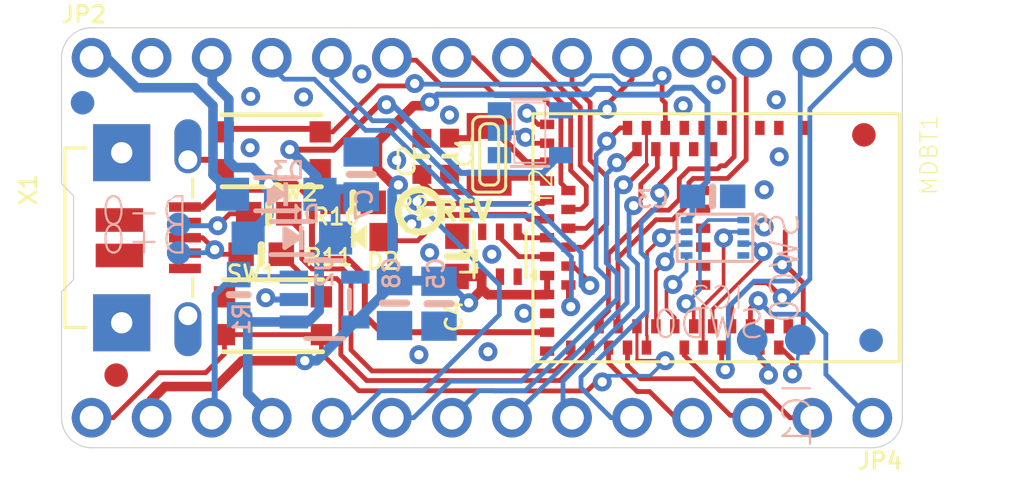
<source format=kicad_pcb>
(kicad_pcb (version 20211014) (generator pcbnew)
  (layers (0 "F.Cu" signal) (31 "B.Cu" signal) (34 "B.Paste" user) (35 "F.Paste" user) (36 "B.SilkS" user "B.Silkscreen") (37 "F.SilkS" user "F.Silkscreen") (38 "B.Mask" user) (39 "F.Mask" user) (44 "Edge.Cuts" user))
  (net 0 "")
  (net 1 "GND")
  (net 2 "VBUS")
  (net 3 "SWDIO")
  (net 4 "SWCLK")
  (net 5 "3.3V")
  (net 6 "VBAT")
  (net 7 "EN")
  (net 8 "USBD+")
  (net 9 "USBD-")
  (net 10 "VHI")
  (net 11 "SDA")
  (net 12 "SCL")
  (net 13 "A0")
  (net 14 "A1")
  (net 15 "A2")
  (net 16 "A3")
  (net 17 "A4")
  (net 18 "A5")
  (net 19 "QSPI_SCK")
  (net 20 "QSPI_DATA1")
  (net 21 "QSPI_DATA2")
  (net 22 "SCK")
  (net 23 "MOSI")
  (net 24 "MISO")
  (net 25 "QSPI_DATA3")
  (net 26 "QSPI_CS")
  (net 27 "QSPI_DATA0")
  (net 28 "D+")
  (net 29 "D-")
  (net 30 "DCCH")
  (net 31 "LED1")
  (net 32 "D9")
  (net 33 "D10")
  (net 34 "D13")
  (net 35 "D11")
  (net 36 "D12")
  (net 37 "D2")
  (net 38 "D7")
  (net 39 "TX_D1")
  (net 40 "RX_D0")
  (net 41 "~{RESET}")
  (net 42 "D5")
  (net 43 "DOT_DATA")
  (net 44 "DOT_CLK")
  (net 45 "SWITCH")
  (net 46 "N$1")
  (net 47 "N$7")
  (net 48 "N$8")
  (net 49 "D5_5V")
  (footprint "boardEagle:FIDUCIAL_1MM" (layer "F.Cu") (at 164.6555 100.6475)
    (fp_text reference "FID2" hide)
    (fp_text value "FIDUCIAL_1MM" hide)
  )
  (footprint "boardEagle:XTAL3215" (layer "F.Cu") (at 148.8059 101.473 90)
    (fp_text reference "Y2")
    (fp_text value "32.768")
  )
  (footprint "boardEagle:PCBFEAT-REV-040" (layer "F.Cu") (at 145.8595 103.8606)
    (fp_text reference "U$15" hide)
    (fp_text value "" hide)
  )
  (footprint "boardEagle:MDBT50" (layer "F.Cu") (at 158.4071 105.0036 -90)
    (fp_text reference "MDBT1")
    (fp_text value "MDBT50")
  )
  (footprint "boardEagle:BTN_KMR2_4.6X2.8" (layer "F.Cu") (at 139.6111 101.3206 180)
    (fp_text reference "SW2")
    (fp_text value "KMR2")
  )
  (footprint "boardEagle:BTN_KMR2_4.6X2.8" (layer "F.Cu") (at 139.6619 108.3056)
    (fp_text reference "SW1")
    (fp_text value "KMR2")
  )
  (footprint "boardEagle:1X14_ROUND70" (layer "F.Cu") (at 148.5011 112.6236 180)
    (fp_text reference "JP4")
    (fp_text value "")
  )
  (footprint "boardEagle:4UCONN_20329_V2" (layer "F.Cu") (at 135.1661 105.0036 -90)
    (fp_text reference "X1")
    (fp_text value "4u20329")
  )
  (footprint "boardEagle:0603-NO" (layer "F.Cu") (at 139.1666 105.7021)
    (fp_text reference "R11")
    (fp_text value "22")
  )
  (footprint "boardEagle:0603-NO" (layer "F.Cu") (at 147.447 105.791 -90)
    (fp_text reference "C4")
    (fp_text value "0.1uF")
  )
  (footprint "boardEagle:CHIPLED_0805_NOOUTLINE" (layer "F.Cu") (at 143.2941 104.9782 90)
    (fp_text reference "D2")
    (fp_text value "RED")
  )
  (footprint "boardEagle:0603-NO" (layer "F.Cu") (at 143.0528 103.505)
    (fp_text reference "R2")
    (fp_text value "1K")
  )
  (footprint "boardEagle:APA102_2020" (layer "F.Cu") (at 149.2631 105.7021 90)
    (fp_text reference "L2")
    (fp_text value "AP102-2020")
  )
  (footprint "boardEagle:_0603MP" (layer "F.Cu") (at 145.9611 101.5619 90)
    (fp_text reference "C2")
    (fp_text value "22pF")
  )
  (footprint "boardEagle:1X14_ROUND70" (layer "F.Cu") (at 148.5011 97.3836)
    (fp_text reference "JP2")
    (fp_text value "")
  )
  (footprint "boardEagle:ITSYNRF52840_TOP" (layer "F.Cu") (at 130.7211 113.8936)
    (fp_text reference "U$12" hide)
    (fp_text value "" hide)
  )
  (footprint "boardEagle:_0603MP" (layer "F.Cu") (at 147.1295 101.5492 -90)
    (fp_text reference "C1")
    (fp_text value "22pF")
  )
  (footprint "boardEagle:FIDUCIAL_1MM" (layer "F.Cu") (at 133.0325 110.8202)
    (fp_text reference "FID1" hide)
    (fp_text value "FIDUCIAL_1MM" hide)
  )
  (footprint "boardEagle:0603-NO" (layer "F.Cu") (at 139.4841 103.9876)
    (fp_text reference "R10")
    (fp_text value "22")
  )
  (footprint "boardEagle:SOT23-5" (layer "B.Cu") (at 150.5331 100.5586 90)
    (fp_text reference "IC1")
    (fp_text value "74HCT1G125DBV")
  )
  (footprint "boardEagle:0805-NO" (layer "B.Cu") (at 146.685 107.7976 90)
    (fp_text reference "C5")
    (fp_text value "10uF")
  )
  (footprint "boardEagle:TP13R" (layer "B.Cu") (at 159.9311 109.3216 180)
    (fp_text reference "SWD0")
    (fp_text value "TPTP13R")
  )
  (footprint "boardEagle:0805-NO" (layer "B.Cu") (at 144.8054 107.7722 90)
    (fp_text reference "C8")
    (fp_text value "10uF")
  )
  (footprint "boardEagle:FIDUCIAL_1MM" (layer "B.Cu") (at 131.6101 99.2886 180)
    (fp_text reference "FID3" hide)
    (fp_text value "FIDUCIAL_1MM" hide)
  )
  (footprint "boardEagle:USON8" (layer "B.Cu") (at 158.3563 105.0036 180)
    (fp_text reference "IC2")
    (fp_text value "GD25Q16")
  )
  (footprint "boardEagle:0603-NO" (layer "B.Cu") (at 138.2141 107.4166 -90)
    (fp_text reference "R1")
    (fp_text value "10K")
  )
  (footprint "boardEagle:TP13R" (layer "B.Cu") (at 161.9631 109.3216 -90)
    (fp_text reference "SWC0")
    (fp_text value "TPTP13R")
  )
  (footprint "boardEagle:SOD-123" (layer "B.Cu") (at 140.462 105.0163 180)
    (fp_text reference "D1")
    (fp_text value "MBR120")
  )
  (footprint "boardEagle:SOD-123" (layer "B.Cu") (at 139.8016 103.1621 180)
    (fp_text reference "D3")
    (fp_text value "MBR120")
  )
  (footprint "boardEagle:SOT23-5" (layer "B.Cu") (at 141.8463 107.6198 90)
    (fp_text reference "U2")
    (fp_text value "AP2112(3.3V)")
  )
  (footprint "boardEagle:TP10R" (layer "B.Cu") (at 135.6741 104.4321 180)
    (fp_text reference "D-0")
    (fp_text value "TPTP10R")
  )
  (footprint "boardEagle:FIDUCIAL_1MM" (layer "B.Cu") (at 164.9603 109.347 180)
    (fp_text reference "FID4" hide)
    (fp_text value "FIDUCIAL_1MM" hide)
  )
  (footprint "boardEagle:TP10R" (layer "B.Cu") (at 135.6741 105.6386 180)
    (fp_text reference "D+0")
    (fp_text value "TPTP10R")
  )
  (footprint "boardEagle:ITSYNRF52840_BOT" (layer "B.Cu") (at 166.2811 113.8936 180)
    (fp_text reference "U$14" hide)
    (fp_text value "" hide)
  )
  (footprint "boardEagle:0805-NO" (layer "B.Cu") (at 143.3957 102.3239 -90)
    (fp_text reference "C7")
    (fp_text value "10uF")
  )
  (footprint "boardEagle:0603-NO" (layer "B.Cu") (at 158.2547 103.251 180)
    (fp_text reference "C3")
    (fp_text value "0.1uF")
  )
  (gr_arc (start 131.9911 113.8936) (mid 131.093074 113.521626) (end 130.7211 112.6236) (layer "Edge.Cuts") (width 0.05))
  (gr_arc (start 166.2811 112.6236) (mid 165.909126 113.521626) (end 165.0111 113.8936) (layer "Edge.Cuts") (width 0.05))
  (gr_line (start 130.7211 102.7176) (end 130.7211 97.3836) (layer "Edge.Cuts") (width 0.05))
  (gr_arc (start 165.0111 96.1136) (mid 165.909126 96.485574) (end 166.2811 97.3836) (layer "Edge.Cuts") (width 0.05))
  (gr_line (start 130.7211 112.6236) (end 130.7211 107.2896) (layer "Edge.Cuts") (width 0.05))
  (gr_line (start 166.2811 97.3836) (end 166.2811 112.6236) (layer "Edge.Cuts") (width 0.05))
  (gr_line (start 131.2291 106.7816) (end 131.2291 103.2256) (layer "Edge.Cuts") (width 0.05))
  (gr_line (start 130.7211 107.2896) (end 131.2291 106.7816) (layer "Edge.Cuts") (width 0.05))
  (gr_arc (start 130.7211 97.3836) (mid 131.093074 96.485574) (end 131.9911 96.1136) (layer "Edge.Cuts") (width 0.05))
  (gr_line (start 131.9911 96.1136) (end 165.0111 96.1136) (layer "Edge.Cuts") (width 0.05))
  (gr_line (start 131.2291 103.2256) (end 130.7211 102.7176) (layer "Edge.Cuts") (width 0.05))
  (gr_line (start 165.0111 113.8936) (end 131.9911 113.8936) (layer "Edge.Cuts") (width 0.05))
  (segment (start 151.2571 100.2036) (end 150.8766 100.2036) (width 0.2032) (layer "F.Cu") (net 1))
  (segment (start 137.5611 102.1206) (end 137.1441 101.7036) (width 0.254) (layer "F.Cu") (net 1))
  (segment (start 162.1571 109.6536) (end 162.0901 109.5866) (width 0.2032) (layer "F.Cu") (net 1))
  (segment (start 137.1441 101.7036) (end 136.0661 101.7036) (width 0.254) (layer "F.Cu") (net 1))
  (segment (start 145.9611 100.9777) (end 145.9611 100.7999) (width 0.2032) (layer "F.Cu") (net 1))
  (segment (start 162.0901 106.9086) (end 161.3281 106.1466) (width 0.2032) (layer "F.Cu") (net 1))
  (segment (start 161.3281 104.737782) (end 161.3281 106.1466) (width 0.2032) (layer "F.Cu") (net 1))
  (segment (start 162.0901 109.5866) (end 162.0901 106.9086) (width 0.2032) (layer "F.Cu") (net 1))
  (segment (start 150.8766 100.2036) (end 150.4061 99.7331) (width 0.2032) (layer "F.Cu") (net 1))
  (segment (start 147.1295 102.3112) (end 147.1295 102.0953) (width 0.2032) (layer "F.Cu") (net 1))
  (via (at 158.4071 98.5266) (size 0.8001) (drill 0.3937) (layers "F.Cu" "B.Cu") (net 1))
  (via (at 139.3571 107.5436) (size 0.8001) (drill 0.3937) (layers "F.Cu" "B.Cu") (net 1))
  (via (at 148.7551 109.8296) (size 0.8001) (drill 0.3937) (layers "F.Cu" "B.Cu") (net 1))
  (via (at 146.2913 105.6386) (size 0.8001) (drill 0.3937) (layers "F.Cu" "B.Cu") (net 1))
  (via (at 147.1295 99.8093) (size 0.8001) (drill 0.3937) (layers "F.Cu" "B.Cu") (net 1))
  (via (at 157.0101 99.4156) (size 0.8001) (drill 0.3937) (layers "F.Cu" "B.Cu") (net 1))
  (via (at 148.9202 105.7021) (size 0.8001) (drill 0.3937) (layers "F.Cu" "B.Cu") (net 1))
  (via (at 145.5293 104.4194) (size 0.8001) (drill 0.3937) (layers "F.Cu" "B.Cu") (net 1))
  (via (at 138.6967 101.1936) (size 0.8001) (drill 0.3937) (layers "F.Cu" "B.Cu") (net 1))
  (via (at 160.9471 99.1616) (size 0.8001) (drill 0.3937) (layers "F.Cu" "B.Cu") (net 1))
  (via (at 138.7221 99.0219) (size 0.8001) (drill 0.3937) (layers "F.Cu" "B.Cu") (net 1))
  (via (at 160.4391 104.5464) (size 0.8001) (drill 0.3937) (layers "F.Cu" "B.Cu") (net 1))
  (via (at 150.4061 99.7331) (size 0.8001) (drill 0.3937) (layers "F.Cu" "B.Cu") (net 1))
  (via (at 160.4391 102.9716) (size 0.8001) (drill 0.3937) (layers "F.Cu" "B.Cu") (net 1))
  (via (at 161.0741 101.5746) (size 0.8001) (drill 0.3937) (layers "F.Cu" "B.Cu") (net 1))
  (via (at 150.2791 108.204) (size 0.8001) (drill 0.3937) (layers "F.Cu" "B.Cu") (net 1))
  (via (at 144.8943 101.727) (size 0.8001) (drill 0.3937) (layers "F.Cu" "B.Cu") (net 1))
  (via (at 161.2011 106.1466) (size 0.8001) (drill 0.3937) (layers "F.Cu" "B.Cu") (net 1))
  (via (at 140.9573 99.0473) (size 0.8001) (drill 0.3937) (layers "F.Cu" "B.Cu") (net 1))
  (via (at 143.4211 98.0694) (size 0.8001) (drill 0.3937) (layers "F.Cu" "B.Cu") (net 1))
  (via (at 145.8341 109.9566) (size 0.8001) (drill 0.3937) (layers "F.Cu" "B.Cu") (net 1))
  (segment (start 140.5462 107.6198) (end 139.4333 107.6198) (width 0.254) (layer "B.Cu") (net 1))
  (segment (start 139.4333 107.6198) (end 139.3571 107.5436) (width 0.254) (layer "B.Cu") (net 1))
  (segment (start 142.8115 105.8926) (end 141.5161 105.8926) (width 0.254) (layer "F.Cu") (net 2))
  (segment (start 141.5161 105.8926) (end 141.3129 105.6894) (width 0.254) (layer "F.Cu") (net 2))
  (segment (start 139.2301 102.9716) (end 137.4351 102.9716) (width 0.254) (layer "F.Cu") (net 2))
  (segment (start 151.2571 109.0036) (end 144.2461 109.0036) (width 0.254) (layer "F.Cu") (net 2))
  (segment (start 143.5481 106.6292) (end 142.8115 105.8926) (width 0.254) (layer "F.Cu") (net 2))
  (segment (start 144.2461 109.0036) (end 143.5481 108.3056) (width 0.254) (layer "F.Cu") (net 2))
  (segment (start 143.5481 106.6292) (end 143.5481 108.3056) (width 0.254) (layer "F.Cu") (net 2))
  (segment (start 140.6271 102.7176) (end 139.4841 102.7176) (width 0.254) (layer "F.Cu") (net 2))
  (segment (start 136.7031 103.7036) (end 137.4351 102.9716) (width 0.254) (layer "F.Cu") (net 2))
  (segment (start 139.4841 102.7176) (end 139.2301 102.9716) (width 0.254) (layer "F.Cu") (net 2))
  (segment (start 141.3129 103.4034) (end 141.3129 105.6894) (width 0.254) (layer "F.Cu") (net 2))
  (segment (start 141.3129 103.4034) (end 140.6271 102.7176) (width 0.254) (layer "F.Cu") (net 2))
  (segment (start 135.9411 103.7036) (end 136.7031 103.7036) (width 0.254) (layer "F.Cu") (net 2))
  (via (at 139.4841 102.7176) (size 0.8001) (drill 0.3937) (layers "F.Cu" "B.Cu") (net 2))
  (segment (start 138.612 105.0163) (end 138.612 104.9232) (width 0.254) (layer "B.Cu") (net 2))
  (segment (start 138.0744 102.0318) (end 137.795 101.7524) (width 0.4064) (layer "B.Cu") (net 2))
  (segment (start 137.0965 97.409) (end 137.0965 98.4377) (width 0.4064) (layer "B.Cu") (net 2))
  (segment (start 139.4841 102.7176) (end 139.4841 104.0511) (width 0.4064) (layer "B.Cu") (net 2))
  (segment (start 137.795 99.1362) (end 137.795 101.7524) (width 0.4064) (layer "B.Cu") (net 2))
  (segment (start 139.4841 102.7176) (end 138.7983 102.0318) (width 0.4064) (layer "B.Cu") (net 2))
  (segment (start 138.7983 102.0318) (end 138.0744 102.0318) (width 0.4064) (layer "B.Cu") (net 2))
  (segment (start 137.0711 97.3836) (end 137.0965 97.409) (width 0.254) (layer "B.Cu") (net 2))
  (segment (start 139.4841 104.0511) (end 138.612 104.9232) (width 0.4064) (layer "B.Cu") (net 2))
  (segment (start 137.795 99.1362) (end 137.0965 98.4377) (width 0.4064) (layer "B.Cu") (net 2))
  (segment (start 160.2571 109.6536) (end 160.2571 110.1616) (width 0.2032) (layer "F.Cu") (net 3))
  (segment (start 160.726303 110.630804) (end 160.2571 110.1616) (width 0.2032) (layer "F.Cu") (net 3))
  (segment (start 160.62025 110.8202) (end 160.726303 110.630804) (width 0.2032) (layer "F.Cu") (net 3))
  (via (at 160.62025 110.8202) (size 0.8001) (drill 0.3937) (layers "F.Cu" "B.Cu") (net 3))
  (segment (start 160.62025 110.8202) (end 160.62025 110.4138) (width 0.2032) (layer "B.Cu") (net 3))
  (segment (start 159.893 109.68655) (end 159.9311 109.3216) (width 0.2032) (layer "B.Cu") (net 3))
  (segment (start 160.62025 110.4138) (end 159.893 109.68655) (width 0.2032) (layer "B.Cu") (net 3))
  (segment (start 161.6329 110.7694) (end 161.6329 110.1598) (width 0.2032) (layer "F.Cu") (net 4))
  (segment (start 161.6329 110.1598) (end 161.1267 109.6536) (width 0.2032) (layer "F.Cu") (net 4))
  (segment (start 161.0571 109.6536) (end 161.1267 109.6536) (width 0.2032) (layer "F.Cu") (net 4))
  (via (at 161.6329 110.7694) (size 0.8001) (drill 0.3937) (layers "F.Cu" "B.Cu") (net 4))
  (segment (start 161.7853 110.617) (end 161.6329 110.7694) (width 0.1524) (layer "B.Cu") (net 4))
  (segment (start 161.9631 109.3216) (end 161.7853 110.617) (width 0.1524) (layer "B.Cu") (net 4))
  (segment (start 135.0899 111.3028) (end 137.2743 111.3028) (width 0.4064) (layer "F.Cu") (net 5))
  (segment (start 137.2743 111.3028) (end 138.3665 110.2106) (width 0.4064) (layer "F.Cu") (net 5))
  (segment (start 141.0081 110.2106) (end 138.3665 110.2106) (width 0.4064) (layer "F.Cu") (net 5))
  (segment (start 146.2913 99.2632) (end 146.2913 99.2886) (width 0.254) (layer "F.Cu") (net 5))
  (segment (start 148.5131 106.6521) (end 148.4877 106.6775) (width 0.254) (layer "F.Cu") (net 5))
  (segment (start 144.9705 102.7684) (end 144.7546 102.7684) (width 0.4064) (layer "F.Cu") (net 5))
  (segment (start 148.4877 107.2515) (end 148.4503 107.2515) (width 0.254) (layer "F.Cu") (net 5))
  (segment (start 146.2913 99.2886) (end 146.1643 99.4156) (width 0.4064) (layer "F.Cu") (net 5))
  (segment (start 151.2571 106.6036) (end 151.2571 107.4036) (width 0.254) (layer "F.Cu") (net 5))
  (segment (start 148.7551 107.4166) (end 148.5131 107.1746) (width 0.4064) (layer "F.Cu") (net 5))
  (segment (start 147.447 106.641) (end 148.502 106.641) (width 0.4064) (layer "F.Cu") (net 5))
  (segment (start 146.1643 99.4156) (end 145.6055 99.4156) (width 0.4064) (layer "F.Cu") (net 5))
  (segment (start 148.5131 106.6521) (end 148.5131 107.1746) (width 0.254) (layer "F.Cu") (net 5))
  (segment (start 145.6055 99.4156) (end 144.0815 100.9396) (width 0.4064) (layer "F.Cu") (net 5))
  (segment (start 151.2441 107.4166) (end 151.2571 107.4036) (width 0.254) (layer "F.Cu") (net 5))
  (segment (start 147.9423 107.7595) (end 148.4503 107.2515) (width 0.4064) (layer "F.Cu") (net 5))
  (segment (start 144.7546 102.7684) (end 144.0815 102.0953) (width 0.4064) (layer "F.Cu") (net 5))
  (segment (start 134.5311 112.6236) (end 134.5311 111.8616) (width 0.4064) (layer "F.Cu") (net 5))
  (segment (start 148.4877 106.6775) (end 148.4877 107.2515) (width 0.4064) (layer "F.Cu") (net 5))
  (segment (start 135.0899 111.3028) (end 134.5311 111.8616) (width 0.4064) (layer "F.Cu") (net 5))
  (segment (start 148.502 106.641) (end 148.5131 106.6521) (width 0.254) (layer "F.Cu") (net 5))
  (segment (start 144.0815 100.9396) (end 144.0815 102.0953) (width 0.4064) (layer "F.Cu") (net 5))
  (segment (start 148.7551 107.4166) (end 151.2441 107.4166) (width 0.4064) (layer "F.Cu") (net 5))
  (via (at 147.9423 107.7595) (size 0.8001) (drill 0.3937) (layers "F.Cu" "B.Cu") (net 5))
  (via (at 144.9705 102.7684) (size 0.8001) (drill 0.3937) (layers "F.Cu" "B.Cu") (net 5))
  (via (at 146.2913 99.2632) (size 0.8001) (drill 0.3937) (layers "F.Cu" "B.Cu") (net 5))
  (via (at 141.0081 110.2106) (size 0.8001) (drill 0.3937) (layers "F.Cu" "B.Cu") (net 5))
  (segment (start 146.685 106.8476) (end 146.6596 106.8222) (width 0.254) (layer "B.Cu") (net 5))
  (segment (start 158.0397 99.3022) (end 158.0397 102.616) (width 0.254) (layer "B.Cu") (net 5))
  (segment (start 154.178 98.9457) (end 153.9367 98.7044) (width 0.254) (layer "B.Cu") (net 5))
  (segment (start 144.8054 106.8222) (end 144.8054 106.9108) (width 0.254) (layer "B.Cu") (net 5))
  (segment (start 144.9705 102.7684) (end 144.7038 103.0351) (width 0.4064) (layer "B.Cu") (net 5))
  (segment (start 157.4047 104.0052) (end 157.1563 104.2536) (width 0.254) (layer "B.Cu") (net 5))
  (segment (start 146.609003 98.945497) (end 146.2913 99.2632) (width 0.254) (layer "B.Cu") (net 5))
  (segment (start 144.8054 106.8222) (end 144.7038 106.7206) (width 0.254) (layer "B.Cu") (net 5))
  (segment (start 143.1464 108.5698) (end 143.142946 108.583754) (width 0.254) (layer "B.Cu") (net 5))
  (segment (start 143.142946 108.583754) (end 141.5161 110.2106) (width 0.4064) (layer "B.Cu") (net 5))
  (segment (start 156.337 98.9457) (end 156.6291 98.6536) (width 0.254) (layer "B.Cu") (net 5))
  (segment (start 153.9367 98.7044) (end 153.3017 98.7044) (width 0.254) (layer "B.Cu") (net 5))
  (segment (start 153.073665 98.932435) (end 146.609003 98.945497) (width 0.254) (layer "B.Cu") (net 5))
  (segment (start 156.337 98.9457) (end 154.178 98.9457) (width 0.254) (layer "B.Cu") (net 5))
  (segment (start 157.4047 104.0052) (end 157.4047 103.251) (width 0.254) (layer "B.Cu") (net 5))
  (segment (start 157.3911 98.6536) (end 156.6291 98.6536) (width 0.254) (layer "B.Cu") (net 5))
  (segment (start 141.5161 110.2106) (end 141.0081 110.2106) (width 0.4064) (layer "B.Cu") (net 5))
  (segment (start 158.0397 99.3022) (end 157.3911 98.6536) (width 0.254) (layer "B.Cu") (net 5))
  (segment (start 144.7038 103.0351) (end 144.7038 106.7206) (width 0.4064) (layer "B.Cu") (net 5))
  (segment (start 147.9423 107.7595) (end 147.0304 106.8476) (width 0.254) (layer "B.Cu") (net 5))
  (segment (start 146.6596 106.8222) (end 144.8054 106.8222) (width 0.4064) (layer "B.Cu") (net 5))
  (segment (start 153.3017 98.7044) (end 153.073665 98.932435) (width 0.254) (layer "B.Cu") (net 5))
  (segment (start 157.4047 103.251) (end 158.0397 102.616) (width 0.254) (layer "B.Cu") (net 5))
  (segment (start 144.8054 106.9108) (end 143.1464 108.5698) (width 0.4064) (layer "B.Cu") (net 5))
  (segment (start 147.0304 106.8476) (end 146.685 106.8476) (width 0.254) (layer "B.Cu") (net 5))
  (segment (start 137.1261 99.4071) (end 136.3726 98.6536) (width 0.4064) (layer "B.Cu") (net 6))
  (segment (start 133.8961 98.6536) (end 132.6261 97.3836) (width 0.4064) (layer "B.Cu") (net 6))
  (segment (start 131.9911 97.3836) (end 132.6261 97.3836) (width 0.4064) (layer "B.Cu") (net 6))
  (segment (start 137.1261 99.4071) (end 137.1261 102.3366) (width 0.4064) (layer "B.Cu") (net 6))
  (segment (start 137.1261 102.3366) (end 137.9516 103.1621) (width 0.4064) (layer "B.Cu") (net 6))
  (segment (start 136.3726 98.6536) (end 133.8961 98.6536) (width 0.4064) (layer "B.Cu") (net 6))
  (segment (start 140.5462 106.6698) (end 138.3173 106.6698) (width 0.254) (layer "B.Cu") (net 7))
  (segment (start 137.1981 107.4166) (end 137.1981 112.4966) (width 0.254) (layer "B.Cu") (net 7))
  (segment (start 138.2141 106.5666) (end 138.0481 106.5666) (width 0.254) (layer "B.Cu") (net 7))
  (segment (start 138.3173 106.6698) (end 138.2141 106.5666) (width 0.254) (layer "B.Cu") (net 7))
  (segment (start 137.1981 112.4966) (end 137.0711 112.6236) (width 0.254) (layer "B.Cu") (net 7))
  (segment (start 138.0481 106.5666) (end 137.1981 107.4166) (width 0.254) (layer "B.Cu") (net 7))
  (segment (start 142.3543 106.7308) (end 141.0453 106.7308) (width 0.2032) (layer "F.Cu") (net 8))
  (segment (start 142.5321 109.9566) (end 143.6243 111.0488) (width 0.2032) (layer "F.Cu") (net 8))
  (segment (start 142.5321 106.9086) (end 142.3543 106.7308) (width 0.2032) (layer "F.Cu") (net 8))
  (segment (start 151.79295 111.0488) (end 153.0571 109.78465) (width 0.2032) (layer "F.Cu") (net 8))
  (segment (start 151.79295 111.0488) (end 143.6243 111.0488) (width 0.2032) (layer "F.Cu") (net 8))
  (segment (start 141.0453 106.7308) (end 140.0166 105.7021) (width 0.2032) (layer "F.Cu") (net 8))
  (segment (start 142.5321 106.9086) (end 142.5321 109.9566) (width 0.2032) (layer "F.Cu") (net 8))
  (segment (start 153.0571 109.78465) (end 153.0571 109.6536) (width 0.2032) (layer "F.Cu") (net 8))
  (segment (start 143.8529 110.6424) (end 142.9639 109.7534) (width 0.2032) (layer "F.Cu") (net 9))
  (segment (start 140.3341 103.9876) (end 140.3341 104.2026) (width 0.2032) (layer "F.Cu") (net 9))
  (segment (start 140.8811 104.7496) (end 140.3341 104.2026) (width 0.2032) (layer "F.Cu") (net 9))
  (segment (start 151.60335 110.6424) (end 143.8529 110.6424) (width 0.2032) (layer "F.Cu") (net 9))
  (segment (start 152.2571 109.6536) (end 152.2571 109.98865) (width 0.2032) (layer "F.Cu") (net 9))
  (segment (start 142.607556 106.3244) (end 141.3129 106.3244) (width 0.2032) (layer "F.Cu") (net 9))
  (segment (start 151.60335 110.6424) (end 152.2571 109.98865) (width 0.2032) (layer "F.Cu") (net 9))
  (segment (start 142.9639 106.680744) (end 142.9639 109.7534) (width 0.2032) (layer "F.Cu") (net 9))
  (segment (start 142.607556 106.3244) (end 142.9639 106.680744) (width 0.2032) (layer "F.Cu") (net 9))
  (segment (start 140.8811 104.7496) (end 140.8811 105.8926) (width 0.2032) (layer "F.Cu") (net 9))
  (segment (start 141.3129 106.3244) (end 140.8811 105.8926) (width 0.2032) (layer "F.Cu") (net 9))
  (segment (start 144.1416 99.37115) (end 142.23735 101.2754) (width 0.254) (layer "F.Cu") (net 10))
  (segment (start 144.4625 99.37115) (end 144.1416 99.37115) (width 0.254) (layer "F.Cu") (net 10))
  (segment (start 142.23735 101.2754) (end 140.3787 101.2754) (width 0.254) (layer "F.Cu") (net 10))
  (segment (start 140.3787 101.2754) (end 140.3731 101.2698) (width 0.254) (layer "F.Cu") (net 10))
  (via (at 140.3731 101.2698) (size 0.8001) (drill 0.3937) (layers "F.Cu" "B.Cu") (net 10))
  (via (at 144.4625 99.37115) (size 0.8001) (drill 0.3937) (layers "F.Cu" "B.Cu") (net 10))
  (segment (start 138.214093 107.910885) (end 138.5951 108.291891) (width 0.254) (layer "B.Cu") (net 10))
  (segment (start 151.0813 102.2604) (end 147.613162 102.2604) (width 0.254) (layer "B.Cu") (net 10))
  (segment (start 141.1055 102.9462) (end 141.5161 102.9462) (width 0.254) (layer "B.Cu") (net 10))
  (segment (start 142.312 102.9462) (end 142.312 104.7496) (width 0.4064) (layer "B.Cu") (net 10))
  (segment (start 141.1503 108.5698) (end 141.6177 108.1024) (width 0.4064) (layer "B.Cu") (net 10))
  (segment (start 142.312 104.7496) (end 142.312 105.0163) (width 0.254) (layer "B.Cu") (net 10))
  (segment (start 138.214093 107.910885) (end 137.863793 108.261185) (width 0.254) (layer "B.Cu") (net 10))
  (segment (start 141.5161 102.4128) (end 141.5161 102.9462) (width 0.4064) (layer "B.Cu") (net 10))
  (segment (start 141.6177 108.1024) (end 141.6177 105.4439) (width 0.4064) (layer "B.Cu") (net 10))
  (segment (start 147.613162 102.2604) (end 144.723912 99.37115) (width 0.254) (layer "B.Cu") (net 10))
  (segment (start 141.5161 102.9462) (end 142.312 102.9462) (width 0.4064) (layer "B.Cu") (net 10))
  (segment (start 141.4865 102.8192) (end 141.1055 102.8192) (width 0.254) (layer "B.Cu") (net 10))
  (segment (start 138.2141 108.2666) (end 138.214093 107.910885) (width 0.254) (layer "B.Cu") (net 10))
  (segment (start 141.6177 105.4439) (end 142.312 104.7496) (width 0.4064) (layer "B.Cu") (net 10))
  (segment (start 151.8331 101.5086) (end 151.0813 102.2604) (width 0.254) (layer "B.Cu") (net 10))
  (segment (start 140.5462 108.5698) (end 138.018409 108.5698) (width 0.4064) (layer "B.Cu") (net 10))
  (segment (start 140.5462 108.5698) (end 141.1503 108.5698) (width 0.4064) (layer "B.Cu") (net 10))
  (segment (start 141.6516 102.9843) (end 141.6516 103.1621) (width 0.254) (layer "B.Cu") (net 10))
  (segment (start 138.5951 108.291891) (end 138.5951 111.6076) (width 0.4064) (layer "B.Cu") (net 10))
  (segment (start 142.312 102.9462) (end 143.068 102.9462) (width 0.4064) (layer "B.Cu") (net 10))
  (segment (start 140.3731 101.2698) (end 141.5161 102.4128) (width 0.4064) (layer "B.Cu") (net 10))
  (segment (start 141.1055 102.8192) (end 141.1055 102.9462) (width 0.254) (layer "B.Cu") (net 10))
  (segment (start 144.723912 99.37115) (end 144.4625 99.37115) (width 0.254) (layer "B.Cu") (net 10))
  (segment (start 143.3957 103.2739) (end 143.068 102.9462) (width 0.254) (layer "B.Cu") (net 10))
  (segment (start 138.5951 111.6076) (end 139.6111 112.6236) (width 0.4064) (layer "B.Cu") (net 10))
  (segment (start 138.018409 108.5698) (end 137.863793 108.261185) (width 0.254) (layer "B.Cu") (net 10))
  (segment (start 141.6516 102.9843) (end 141.4865 102.8192) (width 0.254) (layer "B.Cu") (net 10))
  (segment (start 157.2523 103.5549) (end 156.5656 104.2416) (width 0.2032) (layer "F.Cu") (net 11))
  (segment (start 156.5656 104.2416) (end 155.8671 104.2416) (width 0.2032) (layer "F.Cu") (net 11))
  (segment (start 159.9311 97.7646) (end 159.6771 98.0186) (width 0.2032) (layer "F.Cu") (net 11))
  (segment (start 157.43625 102.4934) (end 158.8853 102.4934) (width 0.2032) (layer "F.Cu") (net 11))
  (segment (start 154.2571 105.8516) (end 154.2571 108.7536) (width 0.2032) (layer "F.Cu") (net 11))
  (segment (start 159.9311 97.7646) (end 159.9311 97.3836) (width 0.2032) (layer "F.Cu") (net 11))
  (segment (start 155.8671 104.2416) (end 154.2571 105.8516) (width 0.2032) (layer "F.Cu") (net 11))
  (segment (start 159.6771 101.7016) (end 159.6771 98.0186) (width 0.2032) (layer "F.Cu") (net 11))
  (segment (start 157.2523 102.67735) (end 157.2523 103.5549) (width 0.2032) (layer "F.Cu") (net 11))
  (segment (start 158.8853 102.4934) (end 159.6771 101.7016) (width 0.2032) (layer "F.Cu") (net 11))
  (segment (start 157.43625 102.4934) (end 157.2523 102.67735) (width 0.2032) (layer "F.Cu") (net 11))
  (segment (start 153.4571 108.7536) (end 153.4571 108.49555) (width 0.2032) (layer "F.Cu") (net 12))
  (segment (start 153.8507 108.10195) (end 153.4571 108.49555) (width 0.2032) (layer "F.Cu") (net 12))
  (segment (start 159.1691 101.5746) (end 158.7881 101.9556) (width 0.2032) (layer "F.Cu") (net 12))
  (segment (start 158.4662 102.087) (end 157.267912 102.087) (width 0.2032) (layer "F.Cu") (net 12))
  (segment (start 159.1691 101.5746) (end 159.1691 98.2726) (width 0.2032) (layer "F.Cu") (net 12))
  (segment (start 159.1691 98.2726) (end 158.2801 97.3836) (width 0.2032) (layer "F.Cu") (net 12))
  (segment (start 158.5976 101.9556) (end 158.4662 102.087) (width 0.2032) (layer "F.Cu") (net 12))
  (segment (start 158.7881 101.9556) (end 158.5976 101.9556) (width 0.2032) (layer "F.Cu") (net 12))
  (segment (start 156.8459 102.509013) (end 156.8459 103.386563) (width 0.2032) (layer "F.Cu") (net 12))
  (segment (start 156.8459 103.386563) (end 156.397262 103.8352) (width 0.2032) (layer "F.Cu") (net 12))
  (segment (start 153.8507 108.10195) (end 153.8507 105.683263) (width 0.2032) (layer "F.Cu") (net 12))
  (segment (start 158.2801 97.3836) (end 157.3911 97.3836) (width 0.2032) (layer "F.Cu") (net 12))
  (segment (start 157.267912 102.087) (end 156.8459 102.509013) (width 0.2032) (layer "F.Cu") (net 12))
  (segment (start 155.698762 103.8352) (end 153.8507 105.683263) (width 0.2032) (layer "F.Cu") (net 12))
  (segment (start 156.397262 103.8352) (end 155.698762 103.8352) (width 0.2032) (layer "F.Cu") (net 12))
  (segment (start 151.2571 103.4036) (end 151.1047 103.556) (width 0.2032) (layer "F.Cu") (net 13))
  (segment (start 145.7579 103.4669) (end 145.847 103.556) (width 0.2032) (layer "F.Cu") (net 13))
  (segment (start 151.1047 103.556) (end 145.847 103.556) (width 0.2032) (layer "F.Cu") (net 13))
  (via (at 145.7579 103.4669) (size 0.8001) (drill 0.3937) (layers "F.Cu" "B.Cu") (net 13))
  (segment (start 145.7579 103.4669) (end 145.7579 103.5177) (width 0.2032) (layer "B.Cu") (net 13))
  (segment (start 149.2377 108.264263) (end 146.021362 111.4806) (width 0.2032) (layer "B.Cu") (net 13))
  (segment (start 143.07465 112.6236) (end 142.1511 112.6236) (width 0.2032) (layer "B.Cu") (net 13))
  (segment (start 146.021362 111.4806) (end 144.21765 111.4806) (width 0.2032) (layer "B.Cu") (net 13))
  (segment (start 149.2377 106.9975) (end 145.7579 103.5177) (width 0.2032) (layer "B.Cu") (net 13))
  (segment (start 144.21765 111.4806) (end 143.07465 112.6236) (width 0.2032) (layer "B.Cu") (net 13))
  (segment (start 149.2377 106.9975) (end 149.2377 108.264263) (width 0.2032) (layer "B.Cu") (net 13))
  (segment (start 154.33855 100.3536) (end 153.77795 100.9142) (width 0.2032) (layer "F.Cu") (net 14))
  (segment (start 154.33855 100.3536) (end 154.6571 100.3536) (width 0.2032) (layer "F.Cu") (net 14))
  (via (at 153.77795 100.9142) (size 0.8001) (drill 0.3937) (layers "F.Cu" "B.Cu") (net 14))
  (segment (start 145.61465 112.6236) (end 144.6911 112.6236) (width 0.2032) (layer "B.Cu") (net 14))
  (segment (start 150.171025 111.0742) (end 147.16405 111.0742) (width 0.2032) (layer "B.Cu") (net 14))
  (segment (start 153.8097 106.7562) (end 153.8097 107.435525) (width 0.2032) (layer "B.Cu") (net 14))
  (segment (start 153.777993 101.047082) (end 153.3271 101.497975) (width 0.2032) (layer "B.Cu") (net 14))
  (segment (start 153.77795 100.9142) (end 153.777993 101.047082) (width 0.2032) (layer "B.Cu") (net 14))
  (segment (start 153.8097 106.7562) (end 153.3271 106.2736) (width 0.2032) (layer "B.Cu") (net 14))
  (segment (start 153.3271 101.497975) (end 153.3271 106.2736) (width 0.2032) (layer "B.Cu") (net 14))
  (segment (start 147.16405 111.0742) (end 145.61465 112.6236) (width 0.2032) (layer "B.Cu") (net 14))
  (segment (start 153.8097 107.435525) (end 150.171025 111.0742) (width 0.2032) (layer "B.Cu") (net 14))
  (segment (start 154.488662 101.822038) (end 155.0571 101.2536) (width 0.2032) (layer "F.Cu") (net 15))
  (segment (start 154.20305 101.822038) (end 154.488662 101.822038) (width 0.2032) (layer "F.Cu") (net 15))
  (via (at 154.20305 101.822038) (size 0.8001) (drill 0.3937) (layers "F.Cu" "B.Cu") (net 15))
  (segment (start 154.20305 101.880025) (end 153.7589 102.324175) (width 0.2032) (layer "B.Cu") (net 15))
  (segment (start 148.3741 111.4806) (end 147.2311 112.6236) (width 0.2032) (layer "B.Cu") (net 15))
  (segment (start 153.7589 102.324175) (end 153.7589 106.0704) (width 0.2032) (layer "B.Cu") (net 15))
  (segment (start 150.339362 111.4806) (end 148.3741 111.4806) (width 0.2032) (layer "B.Cu") (net 15))
  (segment (start 154.2161 106.5276) (end 154.2161 107.603863) (width 0.2032) (layer "B.Cu") (net 15))
  (segment (start 154.2161 106.5276) (end 153.7589 106.0704) (width 0.2032) (layer "B.Cu") (net 15))
  (segment (start 154.20305 101.822038) (end 154.20305 101.880025) (width 0.2032) (layer "B.Cu") (net 15))
  (segment (start 154.2161 107.603863) (end 150.339362 111.4806) (width 0.2032) (layer "B.Cu") (net 15))
  (segment (start 154.4828 102.762188) (end 154.6098 102.762188) (width 0.2032) (layer "F.Cu") (net 16))
  (segment (start 155.4607 100.3572) (end 155.4571 100.3536) (width 0.127) (layer "F.Cu") (net 16))
  (segment (start 155.4607 101.911288) (end 155.4607 100.3572) (width 0.127) (layer "F.Cu") (net 16))
  (segment (start 155.4607 101.911288) (end 154.6098 102.762188) (width 0.2032) (layer "F.Cu") (net 16))
  (via (at 154.4828 102.762188) (size 0.8001) (drill 0.3937) (layers "F.Cu" "B.Cu") (net 16))
  (segment (start 154.2288 103.016188) (end 154.2288 105.899088) (width 0.2032) (layer "B.Cu") (net 16))
  (segment (start 154.6352 106.305488) (end 154.6352 107.7595) (width 0.2032) (layer "B.Cu") (net 16))
  (segment (start 154.4828 102.762188) (end 154.2288 103.016188) (width 0.2032) (layer "B.Cu") (net 16))
  (segment (start 154.6352 107.7595) (end 149.7711 112.6236) (width 0.2032) (layer "B.Cu") (net 16))
  (segment (start 154.6352 106.305488) (end 154.2288 105.899088) (width 0.2032) (layer "B.Cu") (net 16))
  (segment (start 155.9206 101.3171) (end 155.9206 102.0418) (width 0.2032) (layer "F.Cu") (net 17))
  (segment (start 155.2194 102.743) (end 155.2194 103.3399) (width 0.2032) (layer "F.Cu") (net 17))
  (segment (start 155.8571 101.2536) (end 155.9206 101.3171) (width 0.2032) (layer "F.Cu") (net 17))
  (segment (start 155.2194 103.3399) (end 154.9146 103.6447) (width 0.2032) (layer "F.Cu") (net 17))
  (segment (start 155.9206 102.0418) (end 155.2194 102.743) (width 0.2032) (layer "F.Cu") (net 17))
  (via (at 154.9146 103.6447) (size 0.8001) (drill 0.3937) (layers "F.Cu" "B.Cu") (net 17))
  (segment (start 155.0797 106.1212) (end 154.7241 105.7656) (width 0.2032) (layer "B.Cu") (net 17))
  (segment (start 152.3111 112.6236) (end 151.9301 112.2426) (width 0.2032) (layer "B.Cu") (net 17))
  (segment (start 151.9301 111.0742) (end 151.9301 112.2426) (width 0.2032) (layer "B.Cu") (net 17))
  (segment (start 154.7241 103.8352) (end 154.7241 105.7656) (width 0.2032) (layer "B.Cu") (net 17))
  (segment (start 154.9146 103.6447) (end 154.7241 103.8352) (width 0.2032) (layer "B.Cu") (net 17))
  (segment (start 155.0797 107.9246) (end 151.9301 111.0742) (width 0.2032) (layer "B.Cu") (net 17))
  (segment (start 155.0797 106.1212) (end 155.0797 107.9246) (width 0.2032) (layer "B.Cu") (net 17))
  (segment (start 156.6571 102.0927) (end 156.6571 101.2536) (width 0.2032) (layer "F.Cu") (net 18))
  (segment (start 156.6571 102.0927) (end 156.0195 102.7303) (width 0.2032) (layer "F.Cu") (net 18))
  (segment (start 156.0195 102.7303) (end 156.0195 103.1113) (width 0.2032) (layer "F.Cu") (net 18))
  (via (at 156.0195 103.1113) (size 0.8001) (drill 0.3937) (layers "F.Cu" "B.Cu") (net 18))
  (segment (start 154.8511 112.6236) (end 153.9621 112.6236) (width 0.2032) (layer "B.Cu") (net 18))
  (segment (start 155.4861 105.8926) (end 155.2321 105.6386) (width 0.2032) (layer "B.Cu") (net 18))
  (segment (start 156.0195 103.1113) (end 156.0195 103.5812) (width 0.2032) (layer "B.Cu") (net 18))
  (segment (start 156.0195 103.5812) (end 155.2321 104.3686) (width 0.2032) (layer "B.Cu") (net 18))
  (segment (start 155.2321 104.3686) (end 155.2321 105.6386) (width 0.2032) (layer "B.Cu") (net 18))
  (segment (start 155.4861 108.1024) (end 152.6921 110.8964) (width 0.2032) (layer "B.Cu") (net 18))
  (segment (start 155.4861 105.8926) (end 155.4861 108.1024) (width 0.2032) (layer "B.Cu") (net 18))
  (segment (start 152.6921 110.8964) (end 152.6921 111.3536) (width 0.2032) (layer "B.Cu") (net 18))
  (segment (start 153.9621 112.6236) (end 152.6921 111.3536) (width 0.2032) (layer "B.Cu") (net 18))
  (segment (start 155.8571 106.4106) (end 155.8571 108.7536) (width 0.1524) (layer "F.Cu") (net 19))
  (segment (start 156.2481 106.0196) (end 155.8571 106.4106) (width 0.1524) (layer "F.Cu") (net 19))
  (via (at 156.2481 106.0196) (size 0.8001) (drill 0.3937) (layers "F.Cu" "B.Cu") (net 19))
  (segment (start 157.1563 105.2536) (end 157.098775 105.311125) (width 0.1524) (layer "B.Cu") (net 19))
  (segment (start 157.098775 105.311125) (end 156.756625 105.311125) (width 0.1524) (layer "B.Cu") (net 19))
  (segment (start 156.5253 105.7424) (end 156.2481 106.0196) (width 0.1524) (layer "B.Cu") (net 19))
  (segment (start 156.5253 105.54245) (end 156.5253 105.7424) (width 0.1524) (layer "B.Cu") (net 19))
  (segment (start 156.756625 105.311125) (end 156.5253 105.54245) (width 0.1524) (layer "B.Cu") (net 19))
  (segment (start 157.8349 107.9306) (end 158.72065 107.04485) (width 0.1524) (layer "F.Cu") (net 20))
  (segment (start 157.8571 109.6536) (end 157.8571 107.9528) (width 0.127) (layer "F.Cu") (net 20))
  (segment (start 158.72065 105.01285) (end 158.72065 107.04485) (width 0.1524) (layer "F.Cu") (net 20))
  (segment (start 157.8571 107.9528) (end 157.8349 107.9306) (width 0.127) (layer "F.Cu") (net 20))
  (via (at 158.72065 105.01285) (size 0.8001) (drill 0.3937) (layers "F.Cu" "B.Cu") (net 20))
  (segment (start 159.5563 104.7536) (end 158.9721 104.7536) (width 0.1524) (layer "B.Cu") (net 20))
  (segment (start 158.72065 105.00505) (end 158.72065 105.01285) (width 0.1524) (layer "B.Cu") (net 20))
  (segment (start 158.9721 104.7536) (end 158.72065 105.00505) (width 0.1524) (layer "B.Cu") (net 20))
  (segment (start 158.2571 108.7536) (end 158.2571 108.0238) (width 0.1524) (layer "F.Cu") (net 21))
  (segment (start 160.3883 105.5878) (end 160.3883 105.8926) (width 0.1524) (layer "F.Cu") (net 21))
  (segment (start 160.3883 105.8926) (end 158.2571 108.0238) (width 0.1524) (layer "F.Cu") (net 21))
  (via (at 160.3883 105.5878) (size 0.8001) (drill 0.3937) (layers "F.Cu" "B.Cu") (net 21))
  (segment (start 160.3883 105.5878) (end 160.3669 105.5878) (width 0.1524) (layer "B.Cu") (net 21))
  (segment (start 160.0327 105.2536) (end 159.5563 105.2536) (width 0.1524) (layer "B.Cu") (net 21))
  (segment (start 160.3669 105.5878) (end 160.0327 105.2536) (width 0.1524) (layer "B.Cu") (net 21))
  (segment (start 155.589103 111.516654) (end 155.069046 111.516654) (width 0.2032) (layer "F.Cu") (net 22))
  (segment (start 156.69605 112.6236) (end 157.3911 112.6236) (width 0.2032) (layer "F.Cu") (net 22))
  (segment (start 155.589103 111.516654) (end 156.69605 112.6236) (width 0.2032) (layer "F.Cu") (net 22))
  (segment (start 153.8571 109.6536) (end 153.8571 110.304707) (width 0.2032) (layer "F.Cu") (net 22))
  (segment (start 155.069046 111.516654) (end 153.8571 110.304707) (width 0.2032) (layer "F.Cu") (net 22))
  (segment (start 154.6571 110.416907) (end 155.212793 110.9726) (width 0.2032) (layer "F.Cu") (net 23))
  (segment (start 159.000762 112.522) (end 157.451362 110.9726) (width 0.2032) (layer "F.Cu") (net 23))
  (segment (start 154.6571 109.6536) (end 154.6571 110.416907) (width 0.2032) (layer "F.Cu") (net 23))
  (segment (start 159.8295 112.522) (end 159.000762 112.522) (width 0.2032) (layer "F.Cu") (net 23))
  (segment (start 159.8295 112.522) (end 159.9311 112.6236) (width 0.2032) (layer "F.Cu") (net 23))
  (segment (start 157.451362 110.9726) (end 155.212793 110.9726) (width 0.2032) (layer "F.Cu") (net 23))
  (segment (start 161.5313 112.6236) (end 162.4711 112.6236) (width 0.2032) (layer "F.Cu") (net 24))
  (segment (start 157.0571 109.6536) (end 157.0571 109.979063) (width 0.2032) (layer "F.Cu") (net 24))
  (segment (start 160.3883 111.4806) (end 158.558637 111.4806) (width 0.2032) (layer "F.Cu") (net 24))
  (segment (start 161.5313 112.6236) (end 160.3883 111.4806) (width 0.2032) (layer "F.Cu") (net 24))
  (segment (start 158.558637 111.4806) (end 157.0571 109.979063) (width 0.2032) (layer "F.Cu") (net 24))
  (segment (start 155.4666 109.132507) (end 155.4666 108.374694) (width 0.127) (layer "F.Cu") (net 25))
  (segment (start 155.4861 109.6246) (end 155.4571 109.6536) (width 0.1524) (layer "F.Cu") (net 25))
  (segment (start 155.4861 108.355194) (end 155.4861 108.18265) (width 0.127) (layer "F.Cu") (net 25))
  (segment (start 155.4861 108.18265) (end 155.4861 105.60685) (width 0.1524) (layer "F.Cu") (net 25))
  (segment (start 155.4861 109.6246) (end 155.4861 109.152007) (width 0.127) (layer "F.Cu") (net 25))
  (segment (start 155.4666 108.374694) (end 155.4861 108.355194) (width 0.127) (layer "F.Cu") (net 25))
  (segment (start 155.4861 109.152007) (end 155.4666 109.132507) (width 0.127) (layer "F.Cu") (net 25))
  (segment (start 156.08935 105.0036) (end 155.4861 105.60685) (width 0.1524) (layer "F.Cu") (net 25))
  (via (at 156.08935 105.0036) (size 0.8001) (drill 0.3937) (layers "F.Cu" "B.Cu") (net 25))
  (segment (start 157.1563 104.7536) (end 156.33935 104.7536) (width 0.1524) (layer "B.Cu") (net 25))
  (segment (start 156.08935 105.0036) (end 156.33935 104.7536) (width 0.1524) (layer "B.Cu") (net 25))
  (segment (start 157.4571 107.8646) (end 157.3901 107.7976) (width 0.1524) (layer "F.Cu") (net 26))
  (segment (start 157.4571 108.7536) (end 157.4571 107.8646) (width 0.1524) (layer "F.Cu") (net 26))
  (segment (start 157.3901 107.7976) (end 157.1371 107.7976) (width 0.1524) (layer "F.Cu") (net 26))
  (via (at 157.1371 107.7976) (size 0.8001) (drill 0.3937) (layers "F.Cu" "B.Cu") (net 26))
  (segment (start 157.7213 107.2134) (end 157.1371 107.7976) (width 0.1524) (layer "B.Cu") (net 26))
  (segment (start 158.0649 104.2536) (end 157.7213 104.5972) (width 0.1524) (layer "B.Cu") (net 26))
  (segment (start 157.7213 104.5972) (end 157.7213 107.2134) (width 0.1524) (layer "B.Cu") (net 26))
  (segment (start 159.5563 104.2536) (end 158.0649 104.2536) (width 0.1524) (layer "B.Cu") (net 26))
  (segment (start 156.6571 108.7536) (end 156.6571 108.388807) (width 0.1524) (layer "F.Cu") (net 27))
  (segment (start 156.30525 107.25265) (end 156.30525 108.036957) (width 0.1524) (layer "F.Cu") (net 27))
  (segment (start 156.6571 108.388807) (end 156.30525 108.036957) (width 0.1524) (layer "F.Cu") (net 27))
  (segment (start 156.5757 106.9822) (end 156.30525 107.25265) (width 0.1524) (layer "F.Cu") (net 27))
  (via (at 156.5757 106.9822) (size 0.8001) (drill 0.3937) (layers "F.Cu" "B.Cu") (net 27))
  (segment (start 157.1563 106.4016) (end 156.5757 106.9822) (width 0.1524) (layer "B.Cu") (net 27))
  (segment (start 157.1563 105.7536) (end 157.1563 106.4016) (width 0.1524) (layer "B.Cu") (net 27))
  (segment (start 136.6901 105.0036) (end 137.1981 105.5116) (width 0.2032) (layer "F.Cu") (net 28))
  (segment (start 138.3166 105.7021) (end 137.5156 105.7021) (width 0.2032) (layer "F.Cu") (net 28))
  (segment (start 137.1981 105.5116) (end 137.3251 105.5116) (width 0.2032) (layer "F.Cu") (net 28))
  (segment (start 135.9411 105.0036) (end 136.6901 105.0036) (width 0.2032) (layer "F.Cu") (net 28))
  (segment (start 137.5156 105.7021) (end 137.3251 105.5116) (width 0.2032) (layer "F.Cu") (net 28))
  (via (at 137.1981 105.5116) (size 0.8001) (drill 0.3937) (layers "F.Cu" "B.Cu") (net 28))
  (segment (start 137.1981 105.5116) (end 137.0711 105.6386) (width 0.2032) (layer "B.Cu") (net 28))
  (segment (start 137.0711 105.6386) (end 135.6741 105.6386) (width 0.2032) (layer "B.Cu") (net 28))
  (segment (start 137.8331 103.9876) (end 137.3251 104.4956) (width 0.2032) (layer "F.Cu") (net 29))
  (segment (start 135.9411 104.3536) (end 136.0831 104.4956) (width 0.2032) (layer "F.Cu") (net 29))
  (segment (start 138.6341 103.9876) (end 137.8331 103.9876) (width 0.2032) (layer "F.Cu") (net 29))
  (segment (start 137.3251 104.4956) (end 136.0831 104.4956) (width 0.2032) (layer "F.Cu") (net 29))
  (via (at 137.3251 104.4956) (size 0.8001) (drill 0.3937) (layers "F.Cu" "B.Cu") (net 29))
  (segment (start 137.3251 104.4956) (end 135.7376 104.4956) (width 0.2032) (layer "B.Cu") (net 29))
  (segment (start 135.7376 104.4956) (end 135.6741 104.4321) (width 0.2032) (layer "B.Cu") (net 29))
  (segment (start 150.3299 104.0384) (end 146.8746 104.0384) (width 0.254) (layer "F.Cu") (net 31))
  (segment (start 151.2571 104.2036) (end 150.4951 104.2036) (width 0.254) (layer "F.Cu") (net 31))
  (segment (start 145.7824 105.1306) (end 144.4965 105.1306) (width 0.2032) (layer "F.Cu") (net 31))
  (segment (start 146.8746 104.0384) (end 145.7824 105.1306) (width 0.2032) (layer "F.Cu") (net 31))
  (segment (start 144.4965 105.1306) (end 144.3441 104.9782) (width 0.2032) (layer "F.Cu") (net 31))
  (segment (start 150.4951 104.2036) (end 150.3299 104.0384) (width 0.254) (layer "F.Cu") (net 31))
  (segment (start 153.32075 104.18445) (end 152.9016 104.6036) (width 0.2032) (layer "F.Cu") (net 32))
  (segment (start 149.7711 97.3836) (end 150.5585 97.3836) (width 0.2032) (layer "F.Cu") (net 32))
  (segment (start 150.5585 97.3836) (end 152.66 99.4851) (width 0.2032) (layer "F.Cu") (net 32))
  (segment (start 152.9016 104.6036) (end 152.1571 104.6036) (width 0.2032) (layer "F.Cu") (net 32))
  (segment (start 152.66 101.945975) (end 153.32075 102.606725) (width 0.2032) (layer "F.Cu") (net 32))
  (segment (start 152.66 99.4851) (end 152.66 101.945975) (width 0.2032) (layer "F.Cu") (net 32))
  (segment (start 153.32075 102.606725) (end 153.32075 104.18445) (width 0.2032) (layer "F.Cu") (net 32))
  (segment (start 148.1201 97.3836) (end 147.2311 97.3836) (width 0.2032) (layer "F.Cu") (net 33))
  (segment (start 152.1571 103.8036) (end 152.6856 103.8036) (width 0.2032) (layer "F.Cu") (net 33))
  (segment (start 152.91435 103.57485) (end 152.91435 102.8197) (width 0.2032) (layer "F.Cu") (net 33))
  (segment (start 152.2536 102.15895) (end 152.2536 99.678838) (width 0.2032) (layer "F.Cu") (net 33))
  (segment (start 151.101362 98.5266) (end 149.2631 98.5266) (width 0.2032) (layer "F.Cu") (net 33))
  (segment (start 149.2631 98.5266) (end 148.1201 97.3836) (width 0.2032) (layer "F.Cu") (net 33))
  (segment (start 152.2536 99.678838) (end 151.101362 98.5266) (width 0.2032) (layer "F.Cu") (net 33))
  (segment (start 152.91435 102.8197) (end 152.2536 102.15895) (width 0.2032) (layer "F.Cu") (net 33))
  (segment (start 152.6856 103.8036) (end 152.91435 103.57485) (width 0.2032) (layer "F.Cu") (net 33))
  (segment (start 152.25685 107.92445) (end 152.1571 107.8247) (width 0.2032) (layer "F.Cu") (net 34))
  (segment (start 152.1571 107.0036) (end 152.1571 107.8247) (width 0.2032) (layer "F.Cu") (net 34))
  (via (at 152.25685 107.92445) (size 0.8001) (drill 0.3937) (layers "F.Cu" "B.Cu") (net 34))
  (segment (start 152.25685 107.92445) (end 152.2857 107.8956) (width 0.2032) (layer "B.Cu") (net 34))
  (segment (start 150.542562 104.0765) (end 148.209 104.0765) (width 0.2032) (layer "B.Cu") (net 34))
  (segment (start 152.2857 105.819638) (end 150.542562 104.0765) (width 0.2032) (layer "B.Cu") (net 34))
  (segment (start 143.581887 100.457) (end 141.416537 98.29165) (width 0.2032) (layer "B.Cu") (net 34))
  (segment (start 148.209 104.0765) (end 144.5895 100.457) (width 0.2032) (layer "B.Cu") (net 34))
  (segment (start 139.6111 97.7646) (end 139.6111 97.3836) (width 0.2032) (layer "B.Cu") (net 34))
  (segment (start 152.2857 105.819638) (end 152.2857 107.8956) (width 0.2032) (layer "B.Cu") (net 34))
  (segment (start 140.13815 98.29165) (end 139.6111 97.7646) (width 0.2032) (layer "B.Cu") (net 34))
  (segment (start 141.416537 98.29165) (end 140.13815 98.29165) (width 0.2032) (layer "B.Cu") (net 34))
  (segment (start 144.5895 100.457) (end 143.581887 100.457) (width 0.2032) (layer "B.Cu") (net 34))
  (segment (start 151.8396 99.8458) (end 150.9776 98.9838) (width 0.2032) (layer "F.Cu") (net 35))
  (segment (start 150.9776 98.9838) (end 149.062825 98.9838) (width 0.2032) (layer "F.Cu") (net 35))
  (segment (start 146.78305 98.552) (end 145.71625 97.4852) (width 0.2032) (layer "F.Cu") (net 35))
  (segment (start 152.1571 103.0036) (end 151.8396 102.6861) (width 0.2032) (layer "F.Cu") (net 35))
  (segment (start 151.8396 99.8458) (end 151.8396 102.6861) (width 0.2032) (layer "F.Cu") (net 35))
  (segment (start 149.062825 98.9838) (end 148.631025 98.552) (width 0.2032) (layer "F.Cu") (net 35))
  (segment (start 144.7927 97.4852) (end 144.6911 97.3836) (width 0.2032) (layer "F.Cu") (net 35))
  (segment (start 148.631025 98.552) (end 146.78305 98.552) (width 0.2032) (layer "F.Cu") (net 35))
  (segment (start 145.71625 97.4852) (end 144.7927 97.4852) (width 0.2032) (layer "F.Cu") (net 35))
  (segment (start 153.063506 107.026007) (end 153.063506 106.899007) (width 0.2032) (layer "F.Cu") (net 36))
  (segment (start 153.063506 106.899007) (end 152.3681 106.2036) (width 0.2032) (layer "F.Cu") (net 36))
  (segment (start 152.1571 106.2036) (end 152.3681 106.2036) (width 0.2032) (layer "F.Cu") (net 36))
  (via (at 153.063506 107.026007) (size 0.8001) (drill 0.3937) (layers "F.Cu" "B.Cu") (net 36))
  (segment (start 150.6474 103.5939) (end 148.3106 103.5939) (width 0.2032) (layer "B.Cu") (net 36))
  (segment (start 142.1511 98.3234) (end 142.1511 97.3836) (width 0.2032) (layer "B.Cu") (net 36))
  (segment (start 143.8783 100.0506) (end 142.1511 98.3234) (width 0.2032) (layer "B.Cu") (net 36))
  (segment (start 148.3106 103.5939) (end 144.7673 100.0506) (width 0.2032) (layer "B.Cu") (net 36))
  (segment (start 144.7673 100.0506) (end 143.8783 100.0506) (width 0.2032) (layer "B.Cu") (net 36))
  (segment (start 153.063506 107.026007) (end 152.6921 107.026007) (width 0.2032) (layer "B.Cu") (net 36))
  (segment (start 152.6921 105.6386) (end 152.6921 107.026007) (width 0.2032) (layer "B.Cu") (net 36))
  (segment (start 152.6921 105.6386) (end 150.6474 103.5939) (width 0.2032) (layer "B.Cu") (net 36))
  (segment (start 159.8571 108.7536) (end 159.8571 107.9986) (width 0.2032) (layer "F.Cu") (net 37))
  (segment (start 160.1851 107.6706) (end 159.8571 107.9986) (width 0.2032) (layer "F.Cu") (net 37))
  (via (at 160.1851 107.6706) (size 0.8001) (drill 0.3937) (layers "F.Cu" "B.Cu") (net 37))
  (segment (start 163.0457 109.073819) (end 162.213981 108.2421) (width 0.2032) (layer "B.Cu") (net 37))
  (segment (start 160.1851 107.6706) (end 160.7566 108.2421) (width 0.2032) (layer "B.Cu") (net 37))
  (segment (start 163.0457 109.073819) (end 163.0457 110.7852) (width 0.2032) (layer "B.Cu") (net 37))
  (segment (start 164.8841 112.6236) (end 165.0111 112.6236) (width 0.2032) (layer "B.Cu") (net 37))
  (segment (start 163.0457 110.7852) (end 164.8841 112.6236) (width 0.2032) (layer "B.Cu") (net 37))
  (segment (start 162.213981 108.2421) (end 160.7566 108.2421) (width 0.2032) (layer "B.Cu") (net 37))
  (segment (start 153.77795 104.42575) (end 152.8001 105.4036) (width 0.2032) (layer "F.Cu") (net 38))
  (segment (start 152.3111 98.5266) (end 153.0791 99.2946) (width 0.2032) (layer "F.Cu") (net 38))
  (segment (start 153.0791 99.2946) (end 153.0791 101.7203) (width 0.2032) (layer "F.Cu") (net 38))
  (segment (start 152.3111 97.3836) (end 152.3111 98.5266) (width 0.2032) (layer "F.Cu") (net 38))
  (segment (start 153.77795 102.41915) (end 153.77795 104.42575) (width 0.2032) (layer "F.Cu") (net 38))
  (segment (start 152.8001 105.4036) (end 152.1571 105.4036) (width 0.2032) (layer "F.Cu") (net 38))
  (segment (start 153.0791 101.7203) (end 153.77795 102.41915) (width 0.2032) (layer "F.Cu") (net 38))
  (segment (start 158.6571 109.6536) (end 158.64105 109.66965) (width 0.2032) (layer "F.Cu") (net 39))
  (segment (start 158.64105 110.4392) (end 158.79345 110.5916) (width 0.2032) (layer "F.Cu") (net 39))
  (segment (start 158.64105 109.66965) (end 158.64105 110.4392) (width 0.2032) (layer "F.Cu") (net 39))
  (via (at 158.79345 110.5916) (size 0.8001) (drill 0.3937) (layers "F.Cu" "B.Cu") (net 39))
  (segment (start 158.92145 107.937438) (end 158.92145 110.4636) (width 0.2032) (layer "B.Cu") (net 39))
  (segment (start 161.9631 106.5276) (end 161.65195 106.83875) (width 0.2032) (layer "B.Cu") (net 39))
  (segment (start 160.020137 106.83875) (end 158.92145 107.937438) (width 0.2032) (layer "B.Cu") (net 39))
  (segment (start 161.65195 106.83875) (end 160.020137 106.83875) (width 0.2032) (layer "B.Cu") (net 39))
  (segment (start 161.9631 97.8916) (end 162.4711 97.3836) (width 0.2032) (layer "B.Cu") (net 39))
  (segment (start 158.92145 110.4636) (end 158.79345 110.5916) (width 0.2032) (layer "B.Cu") (net 39))
  (segment (start 161.9631 97.8916) (end 161.9631 106.5276) (width 0.2032) (layer "B.Cu") (net 39))
  (segment (start 161.2011 107.5436) (end 160.5661 106.9086) (width 0.2032) (layer "F.Cu") (net 40))
  (segment (start 160.5661 106.9086) (end 159.9565 106.9086) (width 0.2032) (layer "F.Cu") (net 40))
  (segment (start 159.9565 106.9086) (end 159.0571 107.808) (width 0.2032) (layer "F.Cu") (net 40))
  (segment (start 159.0571 108.7536) (end 159.0571 107.808) (width 0.2032) (layer "F.Cu") (net 40))
  (via (at 161.2011 107.5436) (size 0.8001) (drill 0.3937) (layers "F.Cu" "B.Cu") (net 40))
  (segment (start 162.3695 99.5426) (end 162.3695 106.7562) (width 0.2032) (layer "B.Cu") (net 40))
  (segment (start 164.5285 97.3836) (end 165.0111 97.3836) (width 0.2032) (layer "B.Cu") (net 40))
  (segment (start 162.3695 99.5426) (end 164.5285 97.3836) (width 0.2032) (layer "B.Cu") (net 40))
  (segment (start 161.5821 107.5436) (end 161.2011 107.5436) (width 0.2032) (layer "B.Cu") (net 40))
  (segment (start 162.3695 106.7562) (end 161.5821 107.5436) (width 0.2032) (layer "B.Cu") (net 40))
  (segment (start 155.1051 110.2106) (end 156.2481 110.2106) (width 0.1524) (layer "F.Cu") (net 41))
  (segment (start 131.9911 112.6236) (end 132.9055 112.6236) (width 0.2032) (layer "F.Cu") (net 41))
  (segment (start 137.6119 109.9238) (end 137.6119 109.1056) (width 0.2032) (layer "F.Cu") (net 41))
  (segment (start 134.8105 110.7186) (end 132.9055 112.6236) (width 0.2032) (layer "F.Cu") (net 41))
  (segment (start 155.0571 108.7536) (end 155.0571 110.1626) (width 0.127) (layer "F.Cu") (net 41))
  (segment (start 136.8171 110.7186) (end 134.8105 110.7186) (width 0.2032) (layer "F.Cu") (net 41))
  (segment (start 141.7119 109.8984) (end 143.2941 111.4806) (width 0.2032) (layer "F.Cu") (net 41))
  (segment (start 149.0091 111.4806) (end 143.2941 111.4806) (width 0.2032) (layer "F.Cu") (net 41))
  (segment (start 155.0571 110.1626) (end 155.1051 110.2106) (width 0.1524) (layer "F.Cu") (net 41))
  (segment (start 152.953562 111.488063) (end 149.016562 111.488063) (width 0.2032) (layer "F.Cu") (net 41))
  (segment (start 136.8171 110.7186) (end 137.6119 109.9238) (width 0.2032) (layer "F.Cu") (net 41))
  (segment (start 153.588562 111.107063) (end 153.334562 111.107063) (width 0.2032) (layer "F.Cu") (net 41))
  (segment (start 141.7119 109.1056) (end 141.7119 109.8984) (width 0.2032) (layer "F.Cu") (net 41))
  (segment (start 137.6119 109.1056) (end 141.7119 109.1056) (width 0.2032) (layer "F.Cu") (net 41))
  (segment (start 149.016562 111.488063) (end 149.0091 111.4806) (width 0.1524) (layer "F.Cu") (net 41))
  (segment (start 153.334562 111.107063) (end 152.953562 111.488063) (width 0.2032) (layer "F.Cu") (net 41))
  (via (at 153.588562 111.107063) (size 0.8001) (drill 0.3937) (layers "F.Cu" "B.Cu") (net 41))
  (via (at 156.2481 110.2106) (size 0.8001) (drill 0.3937) (layers "F.Cu" "B.Cu") (net 41))
  (segment (start 156.2481 110.2106) (end 155.6131 110.8456) (width 0.1524) (layer "B.Cu") (net 41))
  (segment (start 155.6131 110.8456) (end 153.850025 110.8456) (width 0.1524) (layer "B.Cu") (net 41))
  (segment (start 153.850025 110.8456) (end 153.588562 111.107063) (width 0.1524) (layer "B.Cu") (net 41))
  (segment (start 150.5971 101.0036) (end 150.3426 100.7491) (width 0.2032) (layer "F.Cu") (net 42))
  (segment (start 151.2571 101.0036) (end 150.5971 101.0036) (width 0.2032) (layer "F.Cu") (net 42))
  (via (at 150.3426 100.7491) (size 0.8001) (drill 0.3937) (layers "F.Cu" "B.Cu") (net 42))
  (segment (start 150.3426 100.7491) (end 150.1521 100.5586) (width 0.2032) (layer "B.Cu") (net 42))
  (segment (start 150.1521 100.5586) (end 149.2431 100.5586) (width 0.2032) (layer "B.Cu") (net 42))
  (segment (start 150.2646 105.0036) (end 150.0131 104.7521) (width 0.2032) (layer "F.Cu") (net 43))
  (segment (start 151.2571 105.0036) (end 150.2646 105.0036) (width 0.2032) (layer "F.Cu") (net 43))
  (segment (start 149.2631 105.0036) (end 149.2631 104.7521) (width 0.2032) (layer "F.Cu") (net 44))
  (segment (start 151.2571 105.8036) (end 150.0631 105.8036) (width 0.2032) (layer "F.Cu") (net 44))
  (segment (start 150.0631 105.8036) (end 149.2631 105.0036) (width 0.2032) (layer "F.Cu") (net 44))
  (segment (start 156.2571 99.2976) (end 156.1211 99.1616) (width 0.2032) (layer "F.Cu") (net 45))
  (segment (start 141.5341 100.3936) (end 141.6611 100.5206) (width 0.254) (layer "F.Cu") (net 45))
  (segment (start 145.5547 98.5774) (end 144.1377 98.5774) (width 0.2032) (layer "F.Cu") (net 45))
  (segment (start 137.5611 100.5206) (end 137.6881 100.3936) (width 0.254) (layer "F.Cu") (net 45))
  (segment (start 144.1377 98.5774) (end 142.1945 100.5206) (width 0.2032) (layer "F.Cu") (net 45))
  (segment (start 156.1211 98.1456) (end 156.1211 99.1616) (width 0.2032) (layer "F.Cu") (net 45))
  (segment (start 141.5341 100.3936) (end 137.6881 100.3936) (width 0.254) (layer "F.Cu") (net 45))
  (segment (start 156.2571 100.3536) (end 156.2571 99.2976) (width 0.2032) (layer "F.Cu") (net 45))
  (segment (start 145.6563 98.4758) (end 145.5547 98.5774) (width 0.2032) (layer "F.Cu") (net 45))
  (segment (start 141.6611 100.5206) (end 142.1945 100.5206) (width 0.2032) (layer "F.Cu") (net 45))
  (via (at 145.6563 98.4758) (size 0.8001) (drill 0.3937) (layers "F.Cu" "B.Cu") (net 45))
  (via (at 156.1211 98.1456) (size 0.8001) (drill 0.3937) (layers "F.Cu" "B.Cu") (net 45))
  (segment (start 154.0129 98.1456) (end 153.1493 98.1456) (width 0.2032) (layer "B.Cu") (net 45))
  (segment (start 145.6817 98.5012) (end 145.6563 98.4758) (width 0.2032) (layer "B.Cu") (net 45))
  (segment (start 155.7655 98.5012) (end 154.3685 98.5012) (width 0.2032) (layer "B.Cu") (net 45))
  (segment (start 156.1211 98.1456) (end 155.7655 98.5012) (width 0.2032) (layer "B.Cu") (net 45))
  (segment (start 154.3685 98.5012) (end 154.0129 98.1456) (width 0.2032) (layer "B.Cu") (net 45))
  (segment (start 153.1493 98.1456) (end 152.7937 98.5012) (width 0.2032) (layer "B.Cu") (net 45))
  (segment (start 152.7937 98.5012) (end 145.6817 98.5012) (width 0.2032) (layer "B.Cu") (net 45))
  (segment (start 142.2441 103.5463) (end 142.2441 104.9782) (width 0.2032) (layer "F.Cu") (net 46))
  (segment (start 142.2028 103.505) (end 142.2441 103.5463) (width 0.2032) (layer "F.Cu") (net 46))
  (segment (start 148.8505 100.273) (end 148.8059 100.273) (width 0.254) (layer "F.Cu") (net 47))
  (segment (start 150.3811 101.8036) (end 148.8505 100.273) (width 0.254) (layer "F.Cu") (net 47))
  (segment (start 151.2571 101.8036) (end 150.3811 101.8036) (width 0.254) (layer "F.Cu") (net 47))
  (segment (start 148.2917 100.7872) (end 147.1295 100.7872) (width 0.254) (layer "F.Cu") (net 47))
  (segment (start 148.8059 100.273) (end 148.2917 100.7872) (width 0.254) (layer "F.Cu") (net 47))
  (segment (start 148.8059 102.673) (end 148.4122 103.0667) (width 0.254) (layer "F.Cu") (net 48))
  (segment (start 145.9611 102.3239) (end 145.9611 102.6541) (width 0.254) (layer "F.Cu") (net 48))
  (segment (start 151.2571 102.6036) (end 151.1171 102.4636) (width 0.254) (layer "F.Cu") (net 48))
  (segment (start 148.4122 103.0667) (end 146.3737 103.0667) (width 0.254) (layer "F.Cu") (net 48))
  (segment (start 151.1171 102.4636) (end 149.0153 102.4636) (width 0.254) (layer "F.Cu") (net 48))
  (segment (start 149.0153 102.4636) (end 148.8059 102.673) (width 0.254) (layer "F.Cu") (net 48))
  (segment (start 146.3737 103.0667) (end 145.9611 102.6541) (width 0.254) (layer "F.Cu") (net 48))
  (segment (start 153.797 99.3521) (end 153.797 99.568) (width 0.2032) (layer "F.Cu") (net 49))
  (segment (start 154.8511 97.3836) (end 154.8511 98.298) (width 0.2032) (layer "F.Cu") (net 49))
  (segment (start 154.8511 98.298) (end 153.797 99.3521) (width 0.2032) (layer "F.Cu") (net 49))
  (via (at 153.797 99.568) (size 0.8001) (drill 0.3937) (layers "F.Cu" "B.Cu") (net 49))
  (segment (start 153.583603 99.6721) (end 151.8966 99.6721) (width 0.2032) (layer "B.Cu") (net 49))
  (segment (start 153.797 99.568) (end 153.687703 99.568) (width 0.2032) (layer "B.Cu") (net 49))
  (segment (start 153.687703 99.568) (end 153.583603 99.6721) (width 0.2032) (layer "B.Cu") (net 49))
  (segment (start 151.8966 99.6721) (end 151.8331 99.6086) (width 0.2032) (layer "B.Cu") (net 49))
)
</source>
